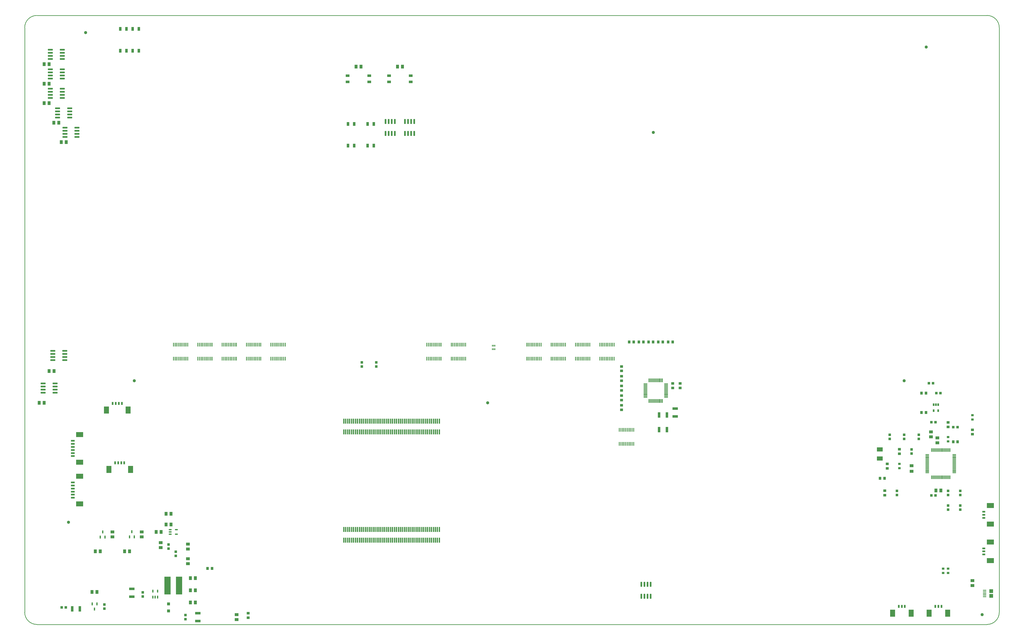
<source format=gtp>
G04*
G04 #@! TF.GenerationSoftware,Altium Limited,Altium Designer,18.1.7 (191)*
G04*
G04 Layer_Color=8421504*
%FSLAX25Y25*%
%MOIN*%
G70*
G01*
G75*
%ADD19C,0.01000*%
%ADD29R,0.09449X0.06693*%
%ADD30R,0.04331X0.05906*%
%ADD31R,0.10200X0.28700*%
G04:AMPARAMS|DCode=32|XSize=47.64mil|YSize=23.23mil|CornerRadius=5.81mil|HoleSize=0mil|Usage=FLASHONLY|Rotation=0.000|XOffset=0mil|YOffset=0mil|HoleType=Round|Shape=RoundedRectangle|*
%AMROUNDEDRECTD32*
21,1,0.04764,0.01161,0,0,0.0*
21,1,0.03602,0.02323,0,0,0.0*
1,1,0.01161,0.01801,-0.00581*
1,1,0.01161,-0.01801,-0.00581*
1,1,0.01161,-0.01801,0.00581*
1,1,0.01161,0.01801,0.00581*
%
%ADD32ROUNDEDRECTD32*%
G04:AMPARAMS|DCode=33|XSize=48.82mil|YSize=23.23mil|CornerRadius=2.9mil|HoleSize=0mil|Usage=FLASHONLY|Rotation=270.000|XOffset=0mil|YOffset=0mil|HoleType=Round|Shape=RoundedRectangle|*
%AMROUNDEDRECTD33*
21,1,0.04882,0.01742,0,0,270.0*
21,1,0.04301,0.02323,0,0,270.0*
1,1,0.00581,-0.00871,-0.02151*
1,1,0.00581,-0.00871,0.02151*
1,1,0.00581,0.00871,0.02151*
1,1,0.00581,0.00871,-0.02151*
%
%ADD33ROUNDEDRECTD33*%
%ADD34R,0.01221X0.02598*%
%ADD35R,0.02559X0.04331*%
G04:AMPARAMS|DCode=36|XSize=61.81mil|YSize=16.14mil|CornerRadius=2.02mil|HoleSize=0mil|Usage=FLASHONLY|Rotation=90.000|XOffset=0mil|YOffset=0mil|HoleType=Round|Shape=RoundedRectangle|*
%AMROUNDEDRECTD36*
21,1,0.06181,0.01211,0,0,90.0*
21,1,0.05778,0.01614,0,0,90.0*
1,1,0.00404,0.00605,0.02889*
1,1,0.00404,0.00605,-0.02889*
1,1,0.00404,-0.00605,-0.02889*
1,1,0.00404,-0.00605,0.02889*
%
%ADD36ROUNDEDRECTD36*%
G04:AMPARAMS|DCode=37|XSize=77.56mil|YSize=23.62mil|CornerRadius=2.95mil|HoleSize=0mil|Usage=FLASHONLY|Rotation=270.000|XOffset=0mil|YOffset=0mil|HoleType=Round|Shape=RoundedRectangle|*
%AMROUNDEDRECTD37*
21,1,0.07756,0.01772,0,0,270.0*
21,1,0.07165,0.02362,0,0,270.0*
1,1,0.00591,-0.00886,-0.03583*
1,1,0.00591,-0.00886,0.03583*
1,1,0.00591,0.00886,0.03583*
1,1,0.00591,0.00886,-0.03583*
%
%ADD37ROUNDEDRECTD37*%
G04:AMPARAMS|DCode=38|XSize=77.56mil|YSize=23.62mil|CornerRadius=2.95mil|HoleSize=0mil|Usage=FLASHONLY|Rotation=180.000|XOffset=0mil|YOffset=0mil|HoleType=Round|Shape=RoundedRectangle|*
%AMROUNDEDRECTD38*
21,1,0.07756,0.01772,0,0,180.0*
21,1,0.07165,0.02362,0,0,180.0*
1,1,0.00591,-0.03583,0.00886*
1,1,0.00591,0.03583,0.00886*
1,1,0.00591,0.03583,-0.00886*
1,1,0.00591,-0.03583,-0.00886*
%
%ADD38ROUNDEDRECTD38*%
%ADD39R,0.05906X0.05118*%
%ADD40R,0.03937X0.03543*%
%ADD41R,0.06299X0.01181*%
%ADD42R,0.01181X0.06299*%
%ADD43R,0.06299X0.03150*%
%ADD44R,0.11811X0.08268*%
%ADD45R,0.08268X0.11811*%
%ADD46R,0.03150X0.05118*%
%ADD47R,0.05118X0.03150*%
%ADD48R,0.04803X0.04921*%
%ADD49R,0.02000X0.08000*%
%ADD50R,0.05906X0.05906*%
%ADD51R,0.05315X0.01575*%
%ADD52O,0.06496X0.01181*%
%ADD53O,0.01181X0.06496*%
%ADD54C,0.05118*%
%ADD55R,0.04331X0.08661*%
%ADD56R,0.04724X0.04134*%
%ADD57R,0.03937X0.04331*%
%ADD58R,0.04724X0.06000*%
%ADD59R,0.04331X0.03937*%
%ADD60R,0.04134X0.04724*%
%ADD61R,0.08661X0.04331*%
%ADD62R,0.06000X0.04724*%
%ADD63R,0.05906X0.04331*%
G04:AMPARAMS|DCode=64|XSize=47.64mil|YSize=23.23mil|CornerRadius=5.81mil|HoleSize=0mil|Usage=FLASHONLY|Rotation=90.000|XOffset=0mil|YOffset=0mil|HoleType=Round|Shape=RoundedRectangle|*
%AMROUNDEDRECTD64*
21,1,0.04764,0.01161,0,0,90.0*
21,1,0.03602,0.02323,0,0,90.0*
1,1,0.01161,0.00581,0.01801*
1,1,0.01161,0.00581,-0.01801*
1,1,0.01161,-0.00581,-0.01801*
1,1,0.01161,-0.00581,0.01801*
%
%ADD64ROUNDEDRECTD64*%
D19*
X19685Y984252D02*
G03*
X0Y964567I0J-19685D01*
G01*
X0Y19685D02*
G03*
X19685Y0I19685J0D01*
G01*
X1555118Y0D02*
G03*
X1574803Y19685I0J19685D01*
G01*
X1574803Y964567D02*
G03*
X1555118Y984252I-19685J0D01*
G01*
X19685D02*
X1555118D01*
X19685Y0D02*
X1555118D01*
X0Y19685D02*
Y964567D01*
X1574803Y19685D02*
Y964567D01*
D29*
X1381890Y268307D02*
D03*
Y282874D02*
D03*
D30*
X154291Y927362D02*
D03*
Y962402D02*
D03*
X164291Y927362D02*
D03*
Y962402D02*
D03*
X174291Y927362D02*
D03*
Y962402D02*
D03*
X184291Y927362D02*
D03*
Y962402D02*
D03*
X532559Y808858D02*
D03*
Y773819D02*
D03*
X522559Y808858D02*
D03*
Y773819D02*
D03*
X564055Y808858D02*
D03*
Y773819D02*
D03*
X554055Y808858D02*
D03*
Y773819D02*
D03*
D31*
X249408Y62992D02*
D03*
X230908D02*
D03*
D32*
X245098Y153347D02*
D03*
Y145866D02*
D03*
X235216D02*
D03*
Y149606D02*
D03*
Y153347D02*
D03*
D33*
X116614Y33090D02*
D03*
X109134D02*
D03*
X112874Y24783D02*
D03*
X125984Y149606D02*
D03*
X129724Y141299D02*
D03*
X122244D02*
D03*
X173228Y149823D02*
D03*
X176969Y141516D02*
D03*
X169488D02*
D03*
D34*
X755905Y450669D02*
D03*
X757874D02*
D03*
X759842D02*
D03*
Y444882D02*
D03*
X757874D02*
D03*
X755905D02*
D03*
D35*
X1476181Y345669D02*
D03*
X1468701D02*
D03*
Y355118D02*
D03*
X1472441D02*
D03*
X1476181D02*
D03*
D36*
X689272Y429646D02*
D03*
X691831D02*
D03*
X694390D02*
D03*
X696949D02*
D03*
X699508D02*
D03*
X702067D02*
D03*
X704626D02*
D03*
X707185D02*
D03*
X709744D02*
D03*
X712303D02*
D03*
Y452244D02*
D03*
X709744D02*
D03*
X707185D02*
D03*
X704626D02*
D03*
X702067D02*
D03*
X699508D02*
D03*
X696949D02*
D03*
X694390D02*
D03*
X691831D02*
D03*
X689272D02*
D03*
X240453Y429646D02*
D03*
X243012D02*
D03*
X245571D02*
D03*
X248130D02*
D03*
X250689D02*
D03*
X253248D02*
D03*
X255807D02*
D03*
X258366D02*
D03*
X260925D02*
D03*
X263484D02*
D03*
Y452244D02*
D03*
X260925D02*
D03*
X258366D02*
D03*
X255807D02*
D03*
X253248D02*
D03*
X250689D02*
D03*
X248130D02*
D03*
X245571D02*
D03*
X243012D02*
D03*
X240453D02*
D03*
X319193Y429646D02*
D03*
X321752D02*
D03*
X324311D02*
D03*
X326870D02*
D03*
X329429D02*
D03*
X331988D02*
D03*
X334547D02*
D03*
X337106D02*
D03*
X339665D02*
D03*
X342224D02*
D03*
Y452244D02*
D03*
X339665D02*
D03*
X337106D02*
D03*
X334547D02*
D03*
X331988D02*
D03*
X329429D02*
D03*
X326870D02*
D03*
X324311D02*
D03*
X321752D02*
D03*
X319193D02*
D03*
X358563Y429646D02*
D03*
X361122D02*
D03*
X363681D02*
D03*
X366240D02*
D03*
X368799D02*
D03*
X371358D02*
D03*
X373917D02*
D03*
X376476D02*
D03*
X379035D02*
D03*
X381594D02*
D03*
Y452244D02*
D03*
X379035D02*
D03*
X376476D02*
D03*
X373917D02*
D03*
X371358D02*
D03*
X368799D02*
D03*
X366240D02*
D03*
X363681D02*
D03*
X361122D02*
D03*
X358563D02*
D03*
X279823Y429646D02*
D03*
X282382D02*
D03*
X284941D02*
D03*
X287500D02*
D03*
X290059D02*
D03*
X292618D02*
D03*
X295177D02*
D03*
X297736D02*
D03*
X300295D02*
D03*
X302854D02*
D03*
Y452244D02*
D03*
X300295D02*
D03*
X297736D02*
D03*
X295177D02*
D03*
X292618D02*
D03*
X290059D02*
D03*
X287500D02*
D03*
X284941D02*
D03*
X282382D02*
D03*
X279823D02*
D03*
X397933Y429646D02*
D03*
X400492D02*
D03*
X403051D02*
D03*
X405610D02*
D03*
X408169D02*
D03*
X410728D02*
D03*
X413287D02*
D03*
X415846D02*
D03*
X418405D02*
D03*
X420965D02*
D03*
Y452244D02*
D03*
X418405D02*
D03*
X415846D02*
D03*
X413287D02*
D03*
X410728D02*
D03*
X408169D02*
D03*
X405610D02*
D03*
X403051D02*
D03*
X400492D02*
D03*
X397933D02*
D03*
X811319Y429646D02*
D03*
X813878D02*
D03*
X816437D02*
D03*
X818996D02*
D03*
X821555D02*
D03*
X824114D02*
D03*
X826673D02*
D03*
X829232D02*
D03*
X831791D02*
D03*
X834350D02*
D03*
Y452244D02*
D03*
X831791D02*
D03*
X829232D02*
D03*
X826673D02*
D03*
X824114D02*
D03*
X821555D02*
D03*
X818996D02*
D03*
X816437D02*
D03*
X813878D02*
D03*
X811319D02*
D03*
X850689Y429646D02*
D03*
X853248D02*
D03*
X855807D02*
D03*
X858366D02*
D03*
X860925D02*
D03*
X863484D02*
D03*
X866043D02*
D03*
X868602D02*
D03*
X871161D02*
D03*
X873720D02*
D03*
Y452244D02*
D03*
X871161D02*
D03*
X868602D02*
D03*
X866043D02*
D03*
X863484D02*
D03*
X860925D02*
D03*
X858366D02*
D03*
X855807D02*
D03*
X853248D02*
D03*
X850689D02*
D03*
X890059Y429646D02*
D03*
X892618D02*
D03*
X895177D02*
D03*
X897736D02*
D03*
X900295D02*
D03*
X902854D02*
D03*
X905413D02*
D03*
X907973D02*
D03*
X910532D02*
D03*
X913091D02*
D03*
Y452244D02*
D03*
X910532D02*
D03*
X907973D02*
D03*
X905413D02*
D03*
X902854D02*
D03*
X900295D02*
D03*
X897736D02*
D03*
X895177D02*
D03*
X892618D02*
D03*
X890059D02*
D03*
X960925Y291850D02*
D03*
X963484D02*
D03*
X966043D02*
D03*
X968602D02*
D03*
X971161D02*
D03*
X973720D02*
D03*
X976280D02*
D03*
X978839D02*
D03*
X981398D02*
D03*
X983957D02*
D03*
Y314449D02*
D03*
X981398D02*
D03*
X978839D02*
D03*
X976280D02*
D03*
X973720D02*
D03*
X971161D02*
D03*
X968602D02*
D03*
X966043D02*
D03*
X963484D02*
D03*
X960925D02*
D03*
X649902Y429646D02*
D03*
X652461D02*
D03*
X655020D02*
D03*
X657579D02*
D03*
X660138D02*
D03*
X662697D02*
D03*
X665256D02*
D03*
X667815D02*
D03*
X670374D02*
D03*
X672933D02*
D03*
Y452244D02*
D03*
X670374D02*
D03*
X667815D02*
D03*
X665256D02*
D03*
X662697D02*
D03*
X660138D02*
D03*
X657579D02*
D03*
X655020D02*
D03*
X652461D02*
D03*
X649902D02*
D03*
X929429Y429646D02*
D03*
X931988D02*
D03*
X934547D02*
D03*
X937106D02*
D03*
X939665D02*
D03*
X942224D02*
D03*
X944783D02*
D03*
X947342D02*
D03*
X949902D02*
D03*
X952461D02*
D03*
Y452244D02*
D03*
X949902D02*
D03*
X947342D02*
D03*
X944783D02*
D03*
X942224D02*
D03*
X939665D02*
D03*
X937106D02*
D03*
X934547D02*
D03*
X931988D02*
D03*
X929429D02*
D03*
D37*
X1011437Y64862D02*
D03*
X1006437D02*
D03*
X1001437D02*
D03*
X996437D02*
D03*
Y45374D02*
D03*
X1001437D02*
D03*
X1006437D02*
D03*
X1011437D02*
D03*
X614547Y793425D02*
D03*
X619547D02*
D03*
X624547D02*
D03*
X629547D02*
D03*
Y812874D02*
D03*
X624547D02*
D03*
X619547D02*
D03*
X614547D02*
D03*
X583051Y793425D02*
D03*
X588051D02*
D03*
X593051D02*
D03*
X598051D02*
D03*
Y812874D02*
D03*
X593051D02*
D03*
X588051D02*
D03*
X583051D02*
D03*
D38*
X49095Y374390D02*
D03*
Y379390D02*
D03*
Y384390D02*
D03*
Y389390D02*
D03*
X29646D02*
D03*
Y384390D02*
D03*
Y379390D02*
D03*
Y374390D02*
D03*
X60905Y913760D02*
D03*
Y918760D02*
D03*
Y923760D02*
D03*
Y928760D02*
D03*
X41457D02*
D03*
Y923760D02*
D03*
Y918760D02*
D03*
Y913760D02*
D03*
X60905Y882264D02*
D03*
Y887264D02*
D03*
Y892264D02*
D03*
Y897264D02*
D03*
X41457D02*
D03*
Y892264D02*
D03*
Y887264D02*
D03*
Y882264D02*
D03*
X60905Y850768D02*
D03*
Y855768D02*
D03*
Y860768D02*
D03*
Y865768D02*
D03*
X41457D02*
D03*
Y860768D02*
D03*
Y855768D02*
D03*
Y850768D02*
D03*
X72716Y819272D02*
D03*
Y824272D02*
D03*
Y829272D02*
D03*
Y834272D02*
D03*
X53268D02*
D03*
Y829272D02*
D03*
Y824272D02*
D03*
Y819272D02*
D03*
X84528Y787776D02*
D03*
Y792776D02*
D03*
Y797776D02*
D03*
Y802776D02*
D03*
X65079D02*
D03*
Y797776D02*
D03*
Y792776D02*
D03*
Y787776D02*
D03*
X64842Y427237D02*
D03*
Y432237D02*
D03*
Y437237D02*
D03*
Y442237D02*
D03*
X45394D02*
D03*
Y437237D02*
D03*
Y432237D02*
D03*
Y427237D02*
D03*
D39*
X1433071Y247468D02*
D03*
Y256469D02*
D03*
D40*
X1492126Y90114D02*
D03*
Y83114D02*
D03*
X1413386Y252406D02*
D03*
Y259405D02*
D03*
X1492126Y295713D02*
D03*
Y302713D02*
D03*
X1531496Y331146D02*
D03*
Y338146D02*
D03*
X1484252Y90114D02*
D03*
Y83114D02*
D03*
D41*
X1036417Y367126D02*
D03*
Y369094D02*
D03*
Y371063D02*
D03*
Y373031D02*
D03*
Y375000D02*
D03*
Y376969D02*
D03*
Y378937D02*
D03*
Y380906D02*
D03*
Y382874D02*
D03*
Y384842D02*
D03*
Y386811D02*
D03*
Y388779D02*
D03*
X1002953D02*
D03*
Y386811D02*
D03*
Y384842D02*
D03*
Y382874D02*
D03*
Y380906D02*
D03*
Y378937D02*
D03*
Y376969D02*
D03*
Y375000D02*
D03*
Y373031D02*
D03*
Y371063D02*
D03*
Y369094D02*
D03*
Y367126D02*
D03*
D42*
X1030512Y394685D02*
D03*
X1028543D02*
D03*
X1026575D02*
D03*
X1024606D02*
D03*
X1022638D02*
D03*
X1020669D02*
D03*
X1018701D02*
D03*
X1016732D02*
D03*
X1014764D02*
D03*
X1012795D02*
D03*
X1010827D02*
D03*
X1008858D02*
D03*
Y361221D02*
D03*
X1010827D02*
D03*
X1012795D02*
D03*
X1014764D02*
D03*
X1016732D02*
D03*
X1018701D02*
D03*
X1020669D02*
D03*
X1022638D02*
D03*
X1024606D02*
D03*
X1026575D02*
D03*
X1028543D02*
D03*
X1030512D02*
D03*
D43*
X77874Y291796D02*
D03*
Y272111D02*
D03*
Y277032D02*
D03*
Y281953D02*
D03*
Y286875D02*
D03*
Y296717D02*
D03*
X77851Y224472D02*
D03*
Y204787D02*
D03*
Y209708D02*
D03*
Y214629D02*
D03*
Y219551D02*
D03*
Y229393D02*
D03*
D44*
X88701Y262071D02*
D03*
Y306756D02*
D03*
X1560532Y103150D02*
D03*
Y133071D02*
D03*
X88678Y194747D02*
D03*
Y239433D02*
D03*
X1560532Y162205D02*
D03*
Y192126D02*
D03*
D45*
X167027Y346437D02*
D03*
X132185D02*
D03*
X170965Y250492D02*
D03*
X136122D02*
D03*
X1402362Y18209D02*
D03*
X1432283D02*
D03*
X1461417D02*
D03*
X1491339D02*
D03*
D46*
X156988Y357264D02*
D03*
X152067D02*
D03*
X147146D02*
D03*
X142224D02*
D03*
X160925Y261319D02*
D03*
X156004D02*
D03*
X151083D02*
D03*
X146161D02*
D03*
X1412402Y29035D02*
D03*
X1417323D02*
D03*
X1422244D02*
D03*
X1471457D02*
D03*
X1476378D02*
D03*
X1481299D02*
D03*
D47*
X1549705Y113189D02*
D03*
Y118110D02*
D03*
Y123031D02*
D03*
Y172244D02*
D03*
Y177165D02*
D03*
Y182087D02*
D03*
D48*
X232283Y33366D02*
D03*
Y21752D02*
D03*
D49*
X663779Y328543D02*
D03*
X666929D02*
D03*
X663779Y311221D02*
D03*
X666929D02*
D03*
X654331Y328543D02*
D03*
X657480D02*
D03*
X654330Y311221D02*
D03*
X657480D02*
D03*
X648032Y328543D02*
D03*
X651181D02*
D03*
X648031Y311221D02*
D03*
X651181D02*
D03*
X638583Y328543D02*
D03*
X641732D02*
D03*
X638582Y311221D02*
D03*
X641732D02*
D03*
X632283Y328543D02*
D03*
X632283Y311221D02*
D03*
X622835Y328543D02*
D03*
X625984D02*
D03*
X622834Y311221D02*
D03*
X625984D02*
D03*
X616535Y328543D02*
D03*
X616535Y311221D02*
D03*
X607087Y328543D02*
D03*
X610236D02*
D03*
X607086Y311221D02*
D03*
X610236D02*
D03*
X600787Y328543D02*
D03*
X600787Y311221D02*
D03*
X591339Y328543D02*
D03*
X594488D02*
D03*
X591338Y311221D02*
D03*
X594488D02*
D03*
X585039Y328543D02*
D03*
X585039Y311221D02*
D03*
X575591Y328543D02*
D03*
X578740D02*
D03*
X575590Y311221D02*
D03*
X578740D02*
D03*
X569291Y328543D02*
D03*
X569291Y311221D02*
D03*
X559842Y328543D02*
D03*
X562992D02*
D03*
X559842Y311221D02*
D03*
X562992D02*
D03*
X550394Y328543D02*
D03*
X553543D02*
D03*
X550394Y311221D02*
D03*
X553543D02*
D03*
X544095Y328543D02*
D03*
X547244D02*
D03*
X544094Y311221D02*
D03*
X547244D02*
D03*
X534646Y328543D02*
D03*
X537795D02*
D03*
X534646Y311221D02*
D03*
X537795D02*
D03*
X528346Y328543D02*
D03*
X528346Y311221D02*
D03*
X518898Y328543D02*
D03*
X522047D02*
D03*
X518898Y311221D02*
D03*
X522047D02*
D03*
X670079Y328543D02*
D03*
X670078Y311221D02*
D03*
X635433Y328543D02*
D03*
X644882D02*
D03*
X660630D02*
D03*
X635433Y311221D02*
D03*
X644882D02*
D03*
X660630D02*
D03*
X603937Y328543D02*
D03*
X613386D02*
D03*
X619685D02*
D03*
X629134D02*
D03*
X603937Y311221D02*
D03*
X613386D02*
D03*
X619685D02*
D03*
X629134D02*
D03*
X572441Y328543D02*
D03*
X581890D02*
D03*
X588189D02*
D03*
X597638D02*
D03*
X572441Y311221D02*
D03*
X581890D02*
D03*
X588189D02*
D03*
X597638D02*
D03*
X540945Y328543D02*
D03*
X556693D02*
D03*
X566142D02*
D03*
X540945Y311221D02*
D03*
X556693D02*
D03*
X566142D02*
D03*
X515748Y328543D02*
D03*
X525197D02*
D03*
X531496D02*
D03*
X515748Y311221D02*
D03*
X525197D02*
D03*
X531496D02*
D03*
Y136221D02*
D03*
X525197D02*
D03*
X515748D02*
D03*
X531496Y153543D02*
D03*
X525197D02*
D03*
X515748D02*
D03*
X566142Y136221D02*
D03*
X556693D02*
D03*
X540945D02*
D03*
X566142Y153543D02*
D03*
X556693D02*
D03*
X540945D02*
D03*
X597638Y136221D02*
D03*
X588189D02*
D03*
X581890D02*
D03*
X572441D02*
D03*
X597638Y153543D02*
D03*
X588189D02*
D03*
X581890D02*
D03*
X572441D02*
D03*
X629134Y136221D02*
D03*
X619685D02*
D03*
X613386D02*
D03*
X603937D02*
D03*
X629134Y153543D02*
D03*
X619685D02*
D03*
X613386D02*
D03*
X603937D02*
D03*
X660630Y136221D02*
D03*
X644882D02*
D03*
X635433D02*
D03*
X660630Y153543D02*
D03*
X644882D02*
D03*
X635433D02*
D03*
X670078Y136221D02*
D03*
X670079Y153543D02*
D03*
X522047Y136221D02*
D03*
X518898D02*
D03*
X522047Y153543D02*
D03*
X518898D02*
D03*
X528346Y136221D02*
D03*
X528346Y153543D02*
D03*
X537795Y136221D02*
D03*
X534646D02*
D03*
X537795Y153543D02*
D03*
X534646D02*
D03*
X547244Y136221D02*
D03*
X544094D02*
D03*
X547244Y153543D02*
D03*
X544095D02*
D03*
X553543Y136221D02*
D03*
X550394D02*
D03*
X553543Y153543D02*
D03*
X550394D02*
D03*
X562992Y136221D02*
D03*
X559842D02*
D03*
X562992Y153543D02*
D03*
X559842D02*
D03*
X569291Y136221D02*
D03*
X569291Y153543D02*
D03*
X578740Y136221D02*
D03*
X575590D02*
D03*
X578740Y153543D02*
D03*
X575591D02*
D03*
X585039Y136221D02*
D03*
X585039Y153543D02*
D03*
X594488Y136221D02*
D03*
X591338D02*
D03*
X594488Y153543D02*
D03*
X591339D02*
D03*
X600787Y136221D02*
D03*
X600787Y153543D02*
D03*
X610236Y136221D02*
D03*
X607086D02*
D03*
X610236Y153543D02*
D03*
X607087D02*
D03*
X616535Y136221D02*
D03*
X616535Y153543D02*
D03*
X625984Y136221D02*
D03*
X622834D02*
D03*
X625984Y153543D02*
D03*
X622835D02*
D03*
X632283Y136221D02*
D03*
X632283Y153543D02*
D03*
X641732Y136221D02*
D03*
X638582D02*
D03*
X641732Y153543D02*
D03*
X638583D02*
D03*
X651181Y136221D02*
D03*
X648031D02*
D03*
X651181Y153543D02*
D03*
X648032D02*
D03*
X657480Y136221D02*
D03*
X654330D02*
D03*
X657480Y153543D02*
D03*
X654331D02*
D03*
X666929Y136221D02*
D03*
X663779D02*
D03*
X666929Y153543D02*
D03*
X663779D02*
D03*
D50*
X1561811Y53937D02*
D03*
Y46063D02*
D03*
D51*
X1551181Y44882D02*
D03*
Y47441D02*
D03*
Y50000D02*
D03*
Y52559D02*
D03*
Y55118D02*
D03*
D52*
X1458366Y274606D02*
D03*
Y272638D02*
D03*
Y270669D02*
D03*
Y268701D02*
D03*
Y266732D02*
D03*
Y264764D02*
D03*
Y262795D02*
D03*
Y260827D02*
D03*
Y258858D02*
D03*
Y256890D02*
D03*
Y254921D02*
D03*
Y252953D02*
D03*
Y250984D02*
D03*
Y249016D02*
D03*
Y247047D02*
D03*
Y245079D02*
D03*
X1502264D02*
D03*
Y247047D02*
D03*
Y249016D02*
D03*
Y250984D02*
D03*
Y252953D02*
D03*
Y254921D02*
D03*
Y256890D02*
D03*
Y258858D02*
D03*
Y260827D02*
D03*
Y262795D02*
D03*
Y264764D02*
D03*
Y266732D02*
D03*
Y268701D02*
D03*
Y270669D02*
D03*
Y272638D02*
D03*
Y274606D02*
D03*
D53*
X1465551Y237894D02*
D03*
X1467520D02*
D03*
X1469488D02*
D03*
X1471457D02*
D03*
X1473425D02*
D03*
X1475394D02*
D03*
X1477362D02*
D03*
X1479331D02*
D03*
X1481299D02*
D03*
X1483268D02*
D03*
X1485236D02*
D03*
X1487205D02*
D03*
X1489173D02*
D03*
X1491142D02*
D03*
X1493110D02*
D03*
X1495079D02*
D03*
Y281791D02*
D03*
X1493110D02*
D03*
X1491142D02*
D03*
X1489173D02*
D03*
X1487205D02*
D03*
X1485236D02*
D03*
X1483268D02*
D03*
X1481299D02*
D03*
X1479331D02*
D03*
X1477362D02*
D03*
X1475394D02*
D03*
X1473425D02*
D03*
X1471457D02*
D03*
X1469488D02*
D03*
X1467520D02*
D03*
X1465551D02*
D03*
D54*
X98425Y956693D02*
D03*
X1547244Y15748D02*
D03*
X1456693Y933071D02*
D03*
X70866Y165354D02*
D03*
X1421260Y393701D02*
D03*
X748032Y358268D02*
D03*
X177165Y393701D02*
D03*
X1015748Y795276D02*
D03*
D55*
X1037795Y338583D02*
D03*
X1025197D02*
D03*
X76646Y25302D02*
D03*
X89245D02*
D03*
X1025197Y314961D02*
D03*
X1037795D02*
D03*
D56*
X964567Y354035D02*
D03*
Y346752D02*
D03*
X360987Y10925D02*
D03*
Y18209D02*
D03*
X1059055Y382185D02*
D03*
Y389469D02*
D03*
X1047244Y382185D02*
D03*
Y389469D02*
D03*
X1492126Y326476D02*
D03*
Y319193D02*
D03*
X1531496Y307382D02*
D03*
Y314665D02*
D03*
X1389764Y208957D02*
D03*
Y216240D02*
D03*
X1413386Y275886D02*
D03*
Y283169D02*
D03*
X1393701Y259547D02*
D03*
Y252264D02*
D03*
X964567Y417028D02*
D03*
Y409744D02*
D03*
Y401279D02*
D03*
Y393996D02*
D03*
Y385531D02*
D03*
Y378248D02*
D03*
Y369783D02*
D03*
Y362500D02*
D03*
D57*
X1397638Y306496D02*
D03*
Y299803D02*
D03*
X259842Y15157D02*
D03*
Y8465D02*
D03*
X190728Y51772D02*
D03*
Y45079D02*
D03*
X232283Y122638D02*
D03*
Y129331D02*
D03*
X244094Y117520D02*
D03*
Y110827D02*
D03*
X128622Y32283D02*
D03*
Y25591D02*
D03*
X568228Y423425D02*
D03*
Y416732D02*
D03*
X544606Y423425D02*
D03*
Y416732D02*
D03*
X1409449Y215945D02*
D03*
Y209252D02*
D03*
X1433071Y282874D02*
D03*
Y276181D02*
D03*
X1511811Y192323D02*
D03*
Y185630D02*
D03*
X1492126Y192323D02*
D03*
Y185630D02*
D03*
X1511811Y215945D02*
D03*
Y209252D02*
D03*
X1492126Y215945D02*
D03*
Y209252D02*
D03*
X1444882Y306496D02*
D03*
Y299803D02*
D03*
X1421260Y306496D02*
D03*
Y299803D02*
D03*
D58*
X31559Y358268D02*
D03*
X23559D02*
D03*
X275654Y74803D02*
D03*
X267653D02*
D03*
X122110Y118110D02*
D03*
X114110D02*
D03*
X275654Y55118D02*
D03*
X267653D02*
D03*
X275654Y35433D02*
D03*
X267653D02*
D03*
X169354Y118110D02*
D03*
X161354D02*
D03*
X220535Y149606D02*
D03*
X212535D02*
D03*
X228284Y178900D02*
D03*
X236283D02*
D03*
X108874Y52559D02*
D03*
X116874D02*
D03*
X236283Y161417D02*
D03*
X228284D02*
D03*
X602299Y901575D02*
D03*
X610299D02*
D03*
X535370D02*
D03*
X543370D02*
D03*
X1480378Y216535D02*
D03*
X1472378D02*
D03*
X39433Y905512D02*
D03*
X31433D02*
D03*
X39433Y842520D02*
D03*
X31433D02*
D03*
X39433Y874016D02*
D03*
X31433D02*
D03*
X55181Y811024D02*
D03*
X47181D02*
D03*
X66992Y779528D02*
D03*
X58992D02*
D03*
X47307Y409449D02*
D03*
X39307D02*
D03*
D59*
X66339Y27559D02*
D03*
X59646D02*
D03*
X1500591Y318898D02*
D03*
X1507283D02*
D03*
X1467913Y389764D02*
D03*
X1461220D02*
D03*
X1471850Y326772D02*
D03*
X1465158D02*
D03*
X1471850Y208661D02*
D03*
X1465158D02*
D03*
X1479724Y374016D02*
D03*
X1473032D02*
D03*
D60*
X295571Y90551D02*
D03*
X302854D02*
D03*
X1449114Y374016D02*
D03*
X1456398D02*
D03*
X1382185Y236221D02*
D03*
X1389468D02*
D03*
X1507579Y295276D02*
D03*
X1500295D02*
D03*
X1449114Y342520D02*
D03*
X1456398D02*
D03*
X1046949Y456693D02*
D03*
X1039665D02*
D03*
X1031201D02*
D03*
X1023917D02*
D03*
X1015453D02*
D03*
X1008169D02*
D03*
X999705D02*
D03*
X992421D02*
D03*
X983957D02*
D03*
X976673D02*
D03*
D61*
X279704Y5512D02*
D03*
Y18110D02*
D03*
X173228Y44882D02*
D03*
Y57480D02*
D03*
X1051181Y348819D02*
D03*
Y336221D02*
D03*
D62*
X141732Y149453D02*
D03*
Y141453D02*
D03*
X342520Y15811D02*
D03*
Y7811D02*
D03*
X188976Y149669D02*
D03*
Y141669D02*
D03*
X219853Y124197D02*
D03*
Y132197D02*
D03*
X263779Y129984D02*
D03*
Y121984D02*
D03*
Y106362D02*
D03*
Y98362D02*
D03*
X1531496Y70929D02*
D03*
Y62929D02*
D03*
X1464567Y311087D02*
D03*
Y303087D02*
D03*
X1474879Y301516D02*
D03*
Y293516D02*
D03*
D63*
X588779Y886890D02*
D03*
X623819D02*
D03*
X588779Y876890D02*
D03*
X623819D02*
D03*
X521850Y886890D02*
D03*
X556890D02*
D03*
X521850Y876890D02*
D03*
X556890D02*
D03*
D64*
X207134Y53917D02*
D03*
X214614D02*
D03*
Y44035D02*
D03*
X210874D02*
D03*
X207134D02*
D03*
M02*

</source>
